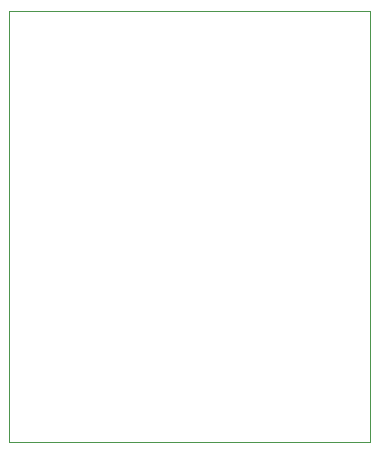
<source format=gbr>
%TF.GenerationSoftware,KiCad,Pcbnew,9.0.0*%
%TF.CreationDate,2025-03-06T15:51:13-05:00*%
%TF.ProjectId,Traffic Control System,54726166-6669-4632-9043-6f6e74726f6c,rev?*%
%TF.SameCoordinates,Original*%
%TF.FileFunction,Profile,NP*%
%FSLAX46Y46*%
G04 Gerber Fmt 4.6, Leading zero omitted, Abs format (unit mm)*
G04 Created by KiCad (PCBNEW 9.0.0) date 2025-03-06 15:51:13*
%MOMM*%
%LPD*%
G01*
G04 APERTURE LIST*
%TA.AperFunction,Profile*%
%ADD10C,0.050000*%
%TD*%
G04 APERTURE END LIST*
D10*
X65500000Y-70000000D02*
X65500000Y-33500000D01*
X35000000Y-33500000D02*
X35000000Y-34500000D01*
X65500000Y-33500000D02*
X35000000Y-33500000D01*
X35000000Y-70000000D02*
X65500000Y-70000000D01*
X35000000Y-34500000D02*
X35000000Y-70000000D01*
M02*

</source>
